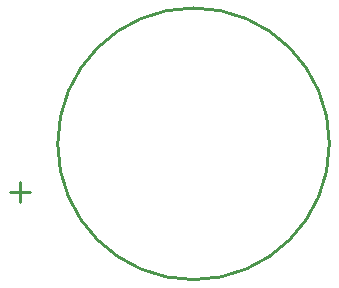
<source format=gbo>
G04*
G04 #@! TF.GenerationSoftware,Altium Limited,Altium Designer,21.9.2 (33)*
G04*
G04 Layer_Color=32896*
%FSLAX25Y25*%
%MOIN*%
G70*
G04*
G04 #@! TF.SameCoordinates,36AF05F9-EE1F-4495-BFDE-5FD0FD3D89CD*
G04*
G04*
G04 #@! TF.FilePolarity,Positive*
G04*
G01*
G75*
%ADD10C,0.01000*%
D10*
X105598Y-134500D02*
G03*
X105598Y-134500I-45276J0D01*
G01*
X-1000Y-150502D02*
X5664D01*
X2332Y-147169D02*
Y-153834D01*
M02*

</source>
